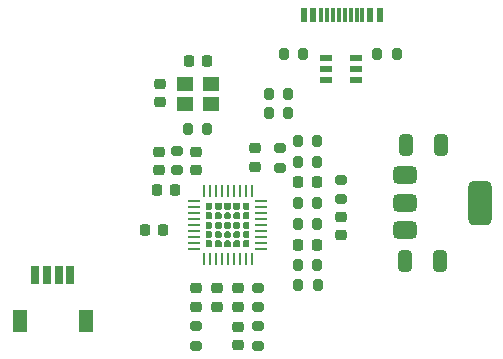
<source format=gbr>
%TF.GenerationSoftware,KiCad,Pcbnew,8.0.4*%
%TF.CreationDate,2025-06-24T22:11:05-05:00*%
%TF.ProjectId,numlocked_HUB,6e756d6c-6f63-46b6-9564-5f4855422e6b,rev?*%
%TF.SameCoordinates,Original*%
%TF.FileFunction,Paste,Top*%
%TF.FilePolarity,Positive*%
%FSLAX46Y46*%
G04 Gerber Fmt 4.6, Leading zero omitted, Abs format (unit mm)*
G04 Created by KiCad (PCBNEW 8.0.4) date 2025-06-24 22:11:05*
%MOMM*%
%LPD*%
G01*
G04 APERTURE LIST*
G04 Aperture macros list*
%AMRoundRect*
0 Rectangle with rounded corners*
0 $1 Rounding radius*
0 $2 $3 $4 $5 $6 $7 $8 $9 X,Y pos of 4 corners*
0 Add a 4 corners polygon primitive as box body*
4,1,4,$2,$3,$4,$5,$6,$7,$8,$9,$2,$3,0*
0 Add four circle primitives for the rounded corners*
1,1,$1+$1,$2,$3*
1,1,$1+$1,$4,$5*
1,1,$1+$1,$6,$7*
1,1,$1+$1,$8,$9*
0 Add four rect primitives between the rounded corners*
20,1,$1+$1,$2,$3,$4,$5,0*
20,1,$1+$1,$4,$5,$6,$7,0*
20,1,$1+$1,$6,$7,$8,$9,0*
20,1,$1+$1,$8,$9,$2,$3,0*%
G04 Aperture macros list end*
%ADD10C,0.000000*%
%ADD11RoundRect,0.225000X0.250000X-0.225000X0.250000X0.225000X-0.250000X0.225000X-0.250000X-0.225000X0*%
%ADD12RoundRect,0.200000X-0.200000X-0.275000X0.200000X-0.275000X0.200000X0.275000X-0.200000X0.275000X0*%
%ADD13R,0.600000X1.150000*%
%ADD14R,0.300000X1.150000*%
%ADD15R,0.660400X1.549400*%
%ADD16R,1.295400X1.905000*%
%ADD17RoundRect,0.225000X-0.225000X-0.250000X0.225000X-0.250000X0.225000X0.250000X-0.225000X0.250000X0*%
%ADD18R,1.066800X0.254000*%
%ADD19R,0.254000X1.066800*%
%ADD20RoundRect,0.225000X0.225000X0.250000X-0.225000X0.250000X-0.225000X-0.250000X0.225000X-0.250000X0*%
%ADD21RoundRect,0.200000X0.275000X-0.200000X0.275000X0.200000X-0.275000X0.200000X-0.275000X-0.200000X0*%
%ADD22RoundRect,0.250000X-0.325000X-0.650000X0.325000X-0.650000X0.325000X0.650000X-0.325000X0.650000X0*%
%ADD23RoundRect,0.200000X-0.275000X0.200000X-0.275000X-0.200000X0.275000X-0.200000X0.275000X0.200000X0*%
%ADD24RoundRect,0.200000X0.200000X0.275000X-0.200000X0.275000X-0.200000X-0.275000X0.200000X-0.275000X0*%
%ADD25R,1.092200X0.609600*%
%ADD26RoundRect,0.225000X-0.250000X0.225000X-0.250000X-0.225000X0.250000X-0.225000X0.250000X0.225000X0*%
%ADD27R,1.400000X1.200000*%
%ADD28RoundRect,0.375000X-0.625000X-0.375000X0.625000X-0.375000X0.625000X0.375000X-0.625000X0.375000X0*%
%ADD29RoundRect,0.500000X-0.500000X-1.400000X0.500000X-1.400000X0.500000X1.400000X-0.500000X1.400000X0*%
G04 APERTURE END LIST*
D10*
%TO.C,U1*%
G36*
X165518900Y-61277479D02*
G01*
X165377479Y-61418900D01*
X164944530Y-61418900D01*
X164944530Y-60844530D01*
X165518900Y-60844530D01*
X165518900Y-61277479D01*
G37*
G36*
X165518900Y-64122521D02*
G01*
X165518900Y-64555470D01*
X164944530Y-64555470D01*
X164944530Y-63981100D01*
X165377479Y-63981100D01*
X165518900Y-64122521D01*
G37*
G36*
X168655470Y-61418900D02*
G01*
X168222521Y-61418900D01*
X168081100Y-61277479D01*
X168081100Y-60844530D01*
X168655470Y-60844530D01*
X168655470Y-61418900D01*
G37*
G36*
X168655470Y-64555470D02*
G01*
X168081100Y-64555470D01*
X168081100Y-64122521D01*
X168222521Y-63981100D01*
X168655470Y-63981100D01*
X168655470Y-64555470D01*
G37*
G36*
X165518900Y-61760321D02*
G01*
X165518900Y-62064879D01*
X165377479Y-62206300D01*
X164944530Y-62206300D01*
X164944530Y-61618900D01*
X165377479Y-61618900D01*
X165518900Y-61760321D01*
G37*
G36*
X165518900Y-62547721D02*
G01*
X165518900Y-62852279D01*
X165377479Y-62993700D01*
X164944530Y-62993700D01*
X164944530Y-62406300D01*
X165377479Y-62406300D01*
X165518900Y-62547721D01*
G37*
G36*
X165518900Y-63335121D02*
G01*
X165518900Y-63639679D01*
X165377479Y-63781100D01*
X164944530Y-63781100D01*
X164944530Y-63193700D01*
X165377479Y-63193700D01*
X165518900Y-63335121D01*
G37*
G36*
X166306300Y-61277479D02*
G01*
X166164879Y-61418900D01*
X165860321Y-61418900D01*
X165718900Y-61277479D01*
X165718900Y-60844530D01*
X166306300Y-60844530D01*
X166306300Y-61277479D01*
G37*
G36*
X166306300Y-64122521D02*
G01*
X166306300Y-64555470D01*
X165718900Y-64555470D01*
X165718900Y-64122521D01*
X165860321Y-63981100D01*
X166164879Y-63981100D01*
X166306300Y-64122521D01*
G37*
G36*
X167093700Y-61277479D02*
G01*
X166952279Y-61418900D01*
X166647721Y-61418900D01*
X166506300Y-61277479D01*
X166506300Y-60844530D01*
X167093700Y-60844530D01*
X167093700Y-61277479D01*
G37*
G36*
X167093700Y-64122521D02*
G01*
X167093700Y-64555470D01*
X166506300Y-64555470D01*
X166506300Y-64122521D01*
X166647721Y-63981100D01*
X166952279Y-63981100D01*
X167093700Y-64122521D01*
G37*
G36*
X167881100Y-61277479D02*
G01*
X167739679Y-61418900D01*
X167435121Y-61418900D01*
X167293700Y-61277479D01*
X167293700Y-60844530D01*
X167881100Y-60844530D01*
X167881100Y-61277479D01*
G37*
G36*
X167881100Y-64122521D02*
G01*
X167881100Y-64555470D01*
X167293700Y-64555470D01*
X167293700Y-64122521D01*
X167435121Y-63981100D01*
X167739679Y-63981100D01*
X167881100Y-64122521D01*
G37*
G36*
X168655470Y-62206300D02*
G01*
X168222521Y-62206300D01*
X168081100Y-62064879D01*
X168081100Y-61760321D01*
X168222521Y-61618900D01*
X168655470Y-61618900D01*
X168655470Y-62206300D01*
G37*
G36*
X168655470Y-62993700D02*
G01*
X168222521Y-62993700D01*
X168081100Y-62852279D01*
X168081100Y-62547721D01*
X168222521Y-62406300D01*
X168655470Y-62406300D01*
X168655470Y-62993700D01*
G37*
G36*
X168655470Y-63781100D02*
G01*
X168222521Y-63781100D01*
X168081100Y-63639679D01*
X168081100Y-63335121D01*
X168222521Y-63193700D01*
X168655470Y-63193700D01*
X168655470Y-63781100D01*
G37*
G36*
X166306300Y-61760321D02*
G01*
X166306300Y-62064879D01*
X166164879Y-62206300D01*
X165860321Y-62206300D01*
X165718900Y-62064879D01*
X165718900Y-61760321D01*
X165860321Y-61618900D01*
X166164879Y-61618900D01*
X166306300Y-61760321D01*
G37*
G36*
X166306300Y-62547721D02*
G01*
X166306300Y-62852279D01*
X166164879Y-62993700D01*
X165860321Y-62993700D01*
X165718900Y-62852279D01*
X165718900Y-62547721D01*
X165860321Y-62406300D01*
X166164879Y-62406300D01*
X166306300Y-62547721D01*
G37*
G36*
X166306300Y-63335121D02*
G01*
X166306300Y-63639679D01*
X166164879Y-63781100D01*
X165860321Y-63781100D01*
X165718900Y-63639679D01*
X165718900Y-63335121D01*
X165860321Y-63193700D01*
X166164879Y-63193700D01*
X166306300Y-63335121D01*
G37*
G36*
X167093700Y-61760321D02*
G01*
X167093700Y-62064879D01*
X166952279Y-62206300D01*
X166647721Y-62206300D01*
X166506300Y-62064879D01*
X166506300Y-61760321D01*
X166647721Y-61618900D01*
X166952279Y-61618900D01*
X167093700Y-61760321D01*
G37*
G36*
X167093700Y-62547721D02*
G01*
X167093700Y-62852279D01*
X166952279Y-62993700D01*
X166647721Y-62993700D01*
X166506300Y-62852279D01*
X166506300Y-62547721D01*
X166647721Y-62406300D01*
X166952279Y-62406300D01*
X167093700Y-62547721D01*
G37*
G36*
X167093700Y-63335121D02*
G01*
X167093700Y-63639679D01*
X166952279Y-63781100D01*
X166647721Y-63781100D01*
X166506300Y-63639679D01*
X166506300Y-63335121D01*
X166647721Y-63193700D01*
X166952279Y-63193700D01*
X167093700Y-63335121D01*
G37*
G36*
X167881100Y-61760321D02*
G01*
X167881100Y-62064879D01*
X167739679Y-62206300D01*
X167435121Y-62206300D01*
X167293700Y-62064879D01*
X167293700Y-61760321D01*
X167435121Y-61618900D01*
X167739679Y-61618900D01*
X167881100Y-61760321D01*
G37*
G36*
X167881100Y-62547721D02*
G01*
X167881100Y-62852279D01*
X167739679Y-62993700D01*
X167435121Y-62993700D01*
X167293700Y-62852279D01*
X167293700Y-62547721D01*
X167435121Y-62406300D01*
X167739679Y-62406300D01*
X167881100Y-62547721D01*
G37*
G36*
X167881100Y-63335121D02*
G01*
X167881100Y-63639679D01*
X167739679Y-63781100D01*
X167435121Y-63781100D01*
X167293700Y-63639679D01*
X167293700Y-63335121D01*
X167435121Y-63193700D01*
X167739679Y-63193700D01*
X167881100Y-63335121D01*
G37*
%TD*%
D11*
%TO.C,C15*%
X161000000Y-58025000D03*
X161000000Y-56475000D03*
%TD*%
D12*
%TO.C,R6*%
X172743900Y-60840000D03*
X174393900Y-60840000D03*
%TD*%
D13*
%TO.C,J1*%
X179677500Y-44955000D03*
X178877500Y-44955000D03*
D14*
X177727500Y-44955000D03*
X176727500Y-44955000D03*
X176227500Y-44955000D03*
X175227500Y-44955000D03*
D13*
X173277500Y-44955000D03*
X174077500Y-44955000D03*
D14*
X174727500Y-44955000D03*
X175727500Y-44955000D03*
X177227500Y-44955000D03*
X178227500Y-44955000D03*
%TD*%
D15*
%TO.C,J5*%
X150500000Y-66917400D03*
X151500001Y-66917400D03*
X152499999Y-66917400D03*
X153500000Y-66917400D03*
D16*
X154799999Y-70792401D03*
X149200001Y-70792401D03*
%TD*%
D17*
%TO.C,C5*%
X172808900Y-64380000D03*
X174358900Y-64380000D03*
%TD*%
D18*
%TO.C,U1*%
X163955200Y-60668000D03*
X163955200Y-61176000D03*
X163955200Y-61684000D03*
X163955200Y-62192000D03*
X163955200Y-62700000D03*
X163955200Y-63208000D03*
X163955200Y-63716000D03*
X163955200Y-64224000D03*
X163955200Y-64732000D03*
D19*
X164768000Y-65544800D03*
X165276000Y-65544800D03*
X165784000Y-65544800D03*
X166292000Y-65544800D03*
X166800000Y-65544800D03*
X167308000Y-65544800D03*
X167816000Y-65544800D03*
X168324000Y-65544800D03*
X168832000Y-65544800D03*
D18*
X169644800Y-64732000D03*
X169644800Y-64224000D03*
X169644800Y-63716000D03*
X169644800Y-63208000D03*
X169644800Y-62700000D03*
X169644800Y-62192000D03*
X169644800Y-61684000D03*
X169644800Y-61176000D03*
X169644800Y-60668000D03*
D19*
X168832000Y-59855200D03*
X168324000Y-59855200D03*
X167816000Y-59855200D03*
X167308000Y-59855200D03*
X166800000Y-59855200D03*
X166292000Y-59855200D03*
X165784000Y-59855200D03*
X165276000Y-59855200D03*
X164768000Y-59855200D03*
%TD*%
D12*
%TO.C,R16*%
X171575000Y-48200000D03*
X173225000Y-48200000D03*
%TD*%
D11*
%TO.C,C9*%
X164100000Y-58025000D03*
X164100000Y-56475000D03*
%TD*%
D12*
%TO.C,R8*%
X172763207Y-66090000D03*
X174413207Y-66090000D03*
%TD*%
D20*
%TO.C,C1*%
X161326000Y-63075000D03*
X159776000Y-63075000D03*
%TD*%
D11*
%TO.C,C10*%
X165898900Y-69615000D03*
X165898900Y-68065000D03*
%TD*%
D12*
%TO.C,R5*%
X170275000Y-53200000D03*
X171925000Y-53200000D03*
%TD*%
D21*
%TO.C,R12*%
X171209607Y-57849293D03*
X171209607Y-56199293D03*
%TD*%
D11*
%TO.C,C11*%
X161050000Y-52315000D03*
X161050000Y-50765000D03*
%TD*%
D22*
%TO.C,C13*%
X181925000Y-55900000D03*
X184875000Y-55900000D03*
%TD*%
D12*
%TO.C,R7*%
X172758900Y-62590000D03*
X174408900Y-62590000D03*
%TD*%
D20*
%TO.C,C4*%
X162375000Y-59700000D03*
X160825000Y-59700000D03*
%TD*%
D23*
%TO.C,R3*%
X169398900Y-68015000D03*
X169398900Y-69665000D03*
%TD*%
D11*
%TO.C,C6*%
X169100000Y-57750707D03*
X169100000Y-56200707D03*
%TD*%
D22*
%TO.C,C14*%
X181825000Y-65700000D03*
X184775000Y-65700000D03*
%TD*%
D12*
%TO.C,R14*%
X163425000Y-54550000D03*
X165075000Y-54550000D03*
%TD*%
D17*
%TO.C,C8*%
X172798900Y-59090000D03*
X174348900Y-59090000D03*
%TD*%
D23*
%TO.C,R9*%
X176388900Y-58855000D03*
X176388900Y-60505000D03*
%TD*%
D24*
%TO.C,R4*%
X174425000Y-67800000D03*
X172775000Y-67800000D03*
%TD*%
D25*
%TO.C,U4*%
X177644600Y-50439800D03*
X177644600Y-49500000D03*
X177644600Y-48560200D03*
X175155400Y-48560200D03*
X175155400Y-49500000D03*
X175155400Y-50439800D03*
%TD*%
D24*
%TO.C,R15*%
X181125000Y-48200000D03*
X179475000Y-48200000D03*
%TD*%
D12*
%TO.C,R17*%
X170275000Y-51600000D03*
X171925000Y-51600000D03*
%TD*%
D26*
%TO.C,C2*%
X164148900Y-68065000D03*
X164148900Y-69615000D03*
%TD*%
D24*
%TO.C,R10*%
X174413900Y-55590000D03*
X172763900Y-55590000D03*
%TD*%
D21*
%TO.C,R13*%
X162550000Y-58075000D03*
X162550000Y-56425000D03*
%TD*%
D23*
%TO.C,R1*%
X164148900Y-71265000D03*
X164148900Y-72915000D03*
%TD*%
D26*
%TO.C,C7*%
X176388900Y-61975000D03*
X176388900Y-63525000D03*
%TD*%
D20*
%TO.C,C12*%
X165075000Y-48790000D03*
X163525000Y-48790000D03*
%TD*%
D26*
%TO.C,C3*%
X167648900Y-68065000D03*
X167648900Y-69615000D03*
%TD*%
D27*
%TO.C,Y1*%
X163200000Y-52450000D03*
X165400000Y-52450000D03*
X165400000Y-50750000D03*
X163200000Y-50750000D03*
%TD*%
D23*
%TO.C,R2*%
X169400000Y-71265000D03*
X169400000Y-72915000D03*
%TD*%
D28*
%TO.C,U2*%
X181850000Y-58500000D03*
X181850000Y-60800000D03*
X181850000Y-63100000D03*
D29*
X188150000Y-60800000D03*
%TD*%
D12*
%TO.C,R11*%
X172753900Y-57340000D03*
X174403900Y-57340000D03*
%TD*%
D26*
%TO.C,C16*%
X167648900Y-71315000D03*
X167648900Y-72865000D03*
%TD*%
M02*

</source>
